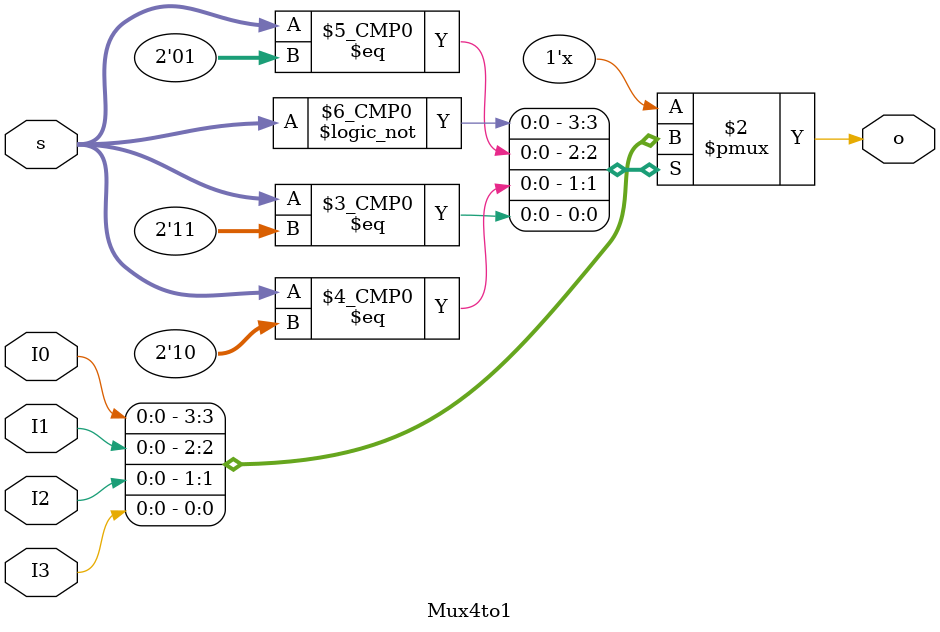
<source format=v>
`timescale 1ns / 1ps
module Mux4to1(
	input[1:0]s,
	input I0,
	input I1,
	input I2,
	input I3,
	output reg o
    );
	 always@(*)
	 begin
		case(s)
		2'b00:o=I0;
		2'b01:o=I1;
		2'b10:o=I2;
		2'b11:o=I3;
		endcase
	 end
endmodule

</source>
